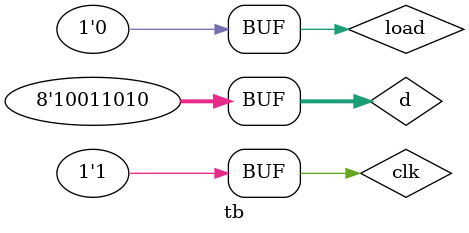
<source format=v>
module tb();
  reg [7:0]d;
  reg clk,load;
  wire [7:0]q;
  
  pipo u0(.d(d),.clk(clk),.load(load),.q(q));
  
  always
begin
  clk=1'b0; 
  #5
  clk=1'b1; 
  #5;
end

initial
begin
load=1'b1;
d=8'b10011010;
#10

load=1'b0;
d=8'b10011010;
#90

load=1'b1;
d=8'b11010110;
#10

load=1'b0;
d=8'b10011010;
#90;

end

endmodule
</source>
